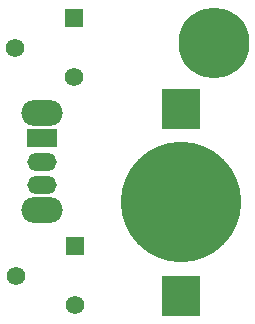
<source format=gbs>
G04 #@! TF.GenerationSoftware,KiCad,Pcbnew,8.0.1*
G04 #@! TF.CreationDate,2024-07-14T02:03:23+08:00*
G04 #@! TF.ProjectId,555Sandbox,35353553-616e-4646-926f-782e6b696361,1.0.0*
G04 #@! TF.SameCoordinates,Original*
G04 #@! TF.FileFunction,Soldermask,Bot*
G04 #@! TF.FilePolarity,Negative*
%FSLAX46Y46*%
G04 Gerber Fmt 4.6, Leading zero omitted, Abs format (unit mm)*
G04 Created by KiCad (PCBNEW 8.0.1) date 2024-07-14 02:03:23*
%MOMM*%
%LPD*%
G01*
G04 APERTURE LIST*
%ADD10C,6.000000*%
%ADD11O,3.500000X2.200000*%
%ADD12R,2.500000X1.500000*%
%ADD13O,2.500000X1.500000*%
%ADD14C,1.560000*%
%ADD15R,1.560000X1.560000*%
%ADD16R,3.300000X3.500000*%
%ADD17C,10.200000*%
G04 APERTURE END LIST*
D10*
X93175000Y-70425000D03*
D11*
X78650000Y-76350000D03*
X78650000Y-84550000D03*
D12*
X78650000Y-78450000D03*
D13*
X78650000Y-80450000D03*
X78650000Y-82450000D03*
D14*
X81350000Y-73300000D03*
X76350000Y-70800000D03*
D15*
X81350000Y-68300000D03*
D14*
X81390000Y-92600000D03*
X76390000Y-90100000D03*
D15*
X81390000Y-87600000D03*
D16*
X90400000Y-76000000D03*
X90400000Y-91800000D03*
D17*
X90400000Y-83900000D03*
M02*

</source>
